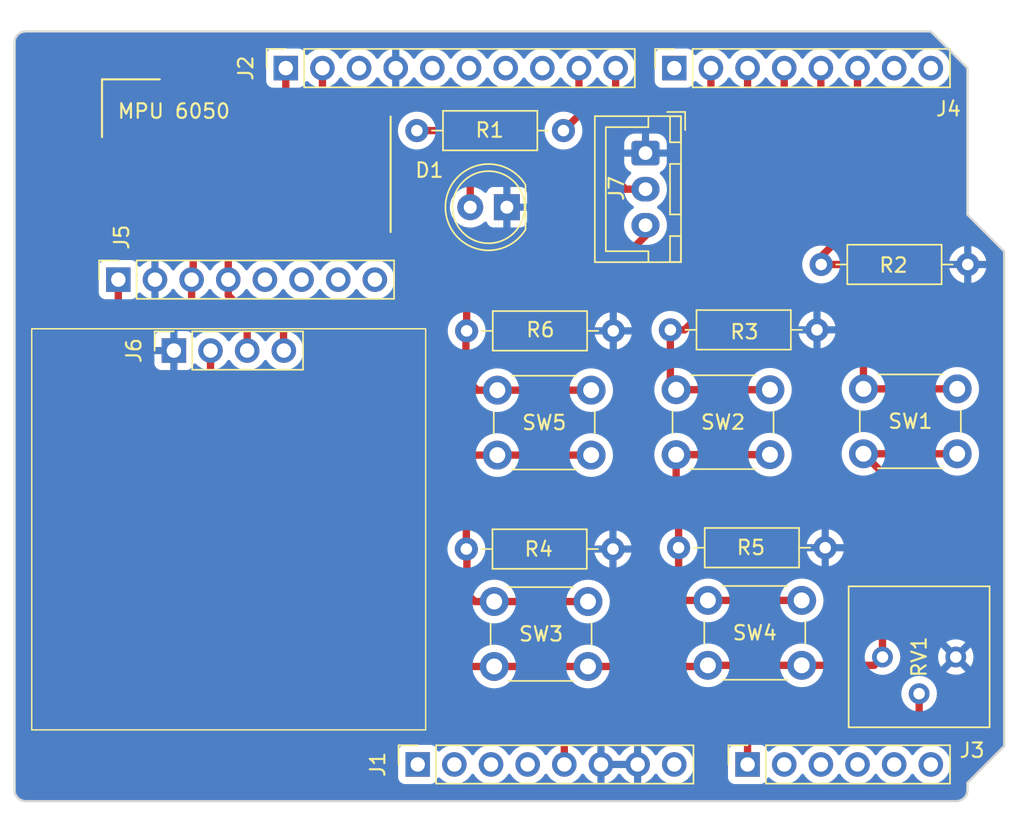
<source format=kicad_pcb>
(kicad_pcb (version 20240108) (generator "pcbnew") (generator_version "8.0")
  (title_block (date "mar. 31 mars 2015"))
  (layers (0 "F.Cu" signal) (31 "B.Cu" power) (34 "B.Paste" user) (35 "F.Paste" user) (36 "B.SilkS" user "B.Silkscreen") (37 "F.SilkS" user "F.Silkscreen") (38 "B.Mask" user) (39 "F.Mask" user) (44 "Edge.Cuts" user))
  (net 0 "")
  (net 1 "GND")
  (net 2 "+5V")
  (net 3 "/IOREF")
  (net 4 "/A1")
  (net 5 "/A2")
  (net 6 "/A3")
  (net 7 "/SDA{slash}A4")
  (net 8 "/SCL{slash}A5")
  (net 9 "/13")
  (net 10 "/12")
  (net 11 "/AREF")
  (net 12 "/temp_digital")
  (net 13 "/7")
  (net 14 "/*11")
  (net 15 "/*10")
  (net 16 "/TX{slash}1")
  (net 17 "/RX{slash}0")
  (net 18 "+3V3")
  (net 19 "VCC")
  (net 20 "/~{RESET}")
  (net 21 "/I2C_SCL")
  (net 22 "/I2C_SDA")
  (net 23 "/button_onoff")
  (net 24 "/button_lock")
  (net 25 "/button_light")
  (net 26 "/button_units")
  (net 27 "/button_cal")
  (net 28 "Net-(D1-A)")
  (net 29 "/led_light")
  (net 30 "/temp_sensor")
  (footprint "Connector_PinSocket_2.54mm:PinSocket_1x08_P2.54mm_Vertical" (layer "F.Cu") (at 127.94 97.46 90)
    (property "Reference" "J1" (at 0 -2.77 90) (layer "F.SilkS"))
    (property "Value" "Power")
    (fp_line (start 1.33 -1.33) (end 1.33 0) (stroke (width 0.12)) (layer "F.SilkS"))
    (fp_line (start 0 -1.33) (end 1.33 -1.33) (stroke (width 0.12)) (layer "F.SilkS"))
    (fp_line (start 1.33 1.27) (end 1.33 19.11) (stroke (width 0.12)) (layer "F.SilkS"))
    (fp_line (start -1.33 1.27) (end 1.33 1.27) (stroke (width 0.12)) (layer "F.SilkS"))
    (fp_line (start -1.33 1.27) (end -1.33 19.11) (stroke (width 0.12)) (layer "F.SilkS"))
    (fp_line (start -1.33 19.11) (end 1.33 19.11) (stroke (width 0.12)) (layer "F.SilkS"))
    (pad "1" thru_hole rect (at 0 0 90) (size 1.7 1.7) (drill 1) (layers "*.Cu" "*.Mask"))
    (pad "2" thru_hole oval (at 0 2.54 90) (size 1.7 1.7) (drill 1) (layers "*.Cu" "*.Mask") (net 3 "/IOREF"))
    (pad "3" thru_hole oval (at 0 5.08 90) (size 1.7 1.7) (drill 1) (layers "*.Cu" "*.Mask") (net 20 "/~{RESET}"))
    (pad "4" thru_hole oval (at 0 7.62 90) (size 1.7 1.7) (drill 1) (layers "*.Cu" "*.Mask") (net 18 "+3V3"))
    (pad "5" thru_hole oval (at 0 10.16 90) (size 1.7 1.7) (drill 1) (layers "*.Cu" "*.Mask") (net 2 "+5V"))
    (pad "6" thru_hole oval (at 0 12.7 90) (size 1.7 1.7) (drill 1) (layers "*.Cu" "*.Mask") (net 1 "GND"))
    (pad "7" thru_hole oval (at 0 15.24 90) (size 1.7 1.7) (drill 1) (layers "*.Cu" "*.Mask") (net 1 "GND"))
    (pad "8" thru_hole oval (at 0 17.78 90) (size 1.7 1.7) (drill 1) (layers "*.Cu" "*.Mask") (net 19 "VCC"))
  )
  (footprint "Connector_PinSocket_2.54mm:PinSocket_1x06_P2.54mm_Vertical" (layer "F.Cu") (at 150.8 97.46 90)
    (property "Reference" "J3" (at 0.98 15.56 180) (layer "F.SilkS"))
    (property "Value" "Analog")
    (fp_line (start 1.33 -1.33) (end 1.33 0) (stroke (width 0.12)) (layer "F.SilkS"))
    (fp_line (start 0 -1.33) (end 1.33 -1.33) (stroke (width 0.12)) (layer "F.SilkS"))
    (fp_line (start 1.33 1.27) (end 1.33 14.03) (stroke (width 0.12)) (layer "F.SilkS"))
    (fp_line (start -1.33 1.27) (end 1.33 1.27) (stroke (width 0.12)) (layer "F.SilkS"))
    (fp_line (start -1.33 1.27) (end -1.33 14.03) (stroke (width 0.12)) (layer "F.SilkS"))
    (fp_line (start -1.33 14.03) (end 1.33 14.03) (stroke (width 0.12)) (layer "F.SilkS"))
    (pad "1" thru_hole rect (at 0 0 90) (size 1.7 1.7) (drill 1) (layers "*.Cu" "*.Mask") (net 30 "/temp_sensor"))
    (pad "2" thru_hole oval (at 0 2.54 90) (size 1.7 1.7) (drill 1) (layers "*.Cu" "*.Mask") (net 4 "/A1"))
    (pad "3" thru_hole oval (at 0 5.08 90) (size 1.7 1.7) (drill 1) (layers "*.Cu" "*.Mask") (net 5 "/A2"))
    (pad "4" thru_hole oval (at 0 7.62 90) (size 1.7 1.7) (drill 1) (layers "*.Cu" "*.Mask") (net 6 "/A3"))
    (pad "5" thru_hole oval (at 0 10.16 90) (size 1.7 1.7) (drill 1) (layers "*.Cu" "*.Mask") (net 7 "/SDA{slash}A4"))
    (pad "6" thru_hole oval (at 0 12.7 90) (size 1.7 1.7) (drill 1) (layers "*.Cu" "*.Mask") (net 8 "/SCL{slash}A5"))
  )
  (footprint "Connector_PinSocket_2.54mm:PinSocket_1x10_P2.54mm_Vertical" (layer "F.Cu") (at 118.796 49.2 90)
    (property "Reference" "J2" (at 0 -2.77 90) (layer "F.SilkS"))
    (property "Value" "Digital/PWM")
    (fp_line (start 1.33 -1.33) (end 1.33 0) (stroke (width 0.12)) (layer "F.SilkS"))
    (fp_line (start 0 -1.33) (end 1.33 -1.33) (stroke (width 0.12)) (layer "F.SilkS"))
    (fp_line (start 1.33 1.27) (end 1.33 24.19) (stroke (width 0.12)) (layer "F.SilkS"))
    (fp_line (start -1.33 1.27) (end 1.33 1.27) (stroke (width 0.12)) (layer "F.SilkS"))
    (fp_line (start -1.33 1.27) (end -1.33 24.19) (stroke (width 0.12)) (layer "F.SilkS"))
    (fp_line (start -1.33 24.19) (end 1.33 24.19) (stroke (width 0.12)) (layer "F.SilkS"))
    (pad "1" thru_hole rect (at 0 0 90) (size 1.7 1.7) (drill 1) (layers "*.Cu" "*.Mask") (net 21 "/I2C_SCL"))
    (pad "2" thru_hole oval (at 0 2.54 90) (size 1.7 1.7) (drill 1) (layers "*.Cu" "*.Mask") (net 22 "/I2C_SDA"))
    (pad "3" thru_hole oval (at 0 5.08 90) (size 1.7 1.7) (drill 1) (layers "*.Cu" "*.Mask") (net 11 "/AREF"))
    (pad "4" thru_hole oval (at 0 7.62 90) (size 1.7 1.7) (drill 1) (layers "*.Cu" "*.Mask") (net 1 "GND"))
    (pad "5" thru_hole oval (at 0 10.16 90) (size 1.7 1.7) (drill 1) (layers "*.Cu" "*.Mask") (net 9 "/13"))
    (pad "6" thru_hole oval (at 0 12.7 90) (size 1.7 1.7) (drill 1) (layers "*.Cu" "*.Mask") (net 10 "/12"))
    (pad "7" thru_hole oval (at 0 15.24 90) (size 1.7 1.7) (drill 1) (layers "*.Cu" "*.Mask") (net 14 "/*11"))
    (pad "8" thru_hole oval (at 0 17.78 90) (size 1.7 1.7) (drill 1) (layers "*.Cu" "*.Mask") (net 15 "/*10"))
    (pad "9" thru_hole oval (at 0 20.32 90) (size 1.7 1.7) (drill 1) (layers "*.Cu" "*.Mask") (net 29 "/led_light"))
    (pad "10" thru_hole oval (at 0 22.86 90) (size 1.7 1.7) (drill 1) (layers "*.Cu" "*.Mask") (net 12 "/temp_digital"))
  )
  (footprint "Connector_PinSocket_2.54mm:PinSocket_1x08_P2.54mm_Vertical" (layer "F.Cu") (at 145.72 49.2 90)
    (property "Reference" "J4" (at -2.83 19 180) (layer "F.SilkS"))
    (property "Value" "Digital/PWM")
    (fp_line (start 1.33 -1.33) (end 1.33 0) (stroke (width 0.12)) (layer "F.SilkS"))
    (fp_line (start 0 -1.33) (end 1.33 -1.33) (stroke (width 0.12)) (layer "F.SilkS"))
    (fp_line (start 1.33 1.27) (end 1.33 19.11) (stroke (width 0.12)) (layer "F.SilkS"))
    (fp_line (start -1.33 1.27) (end 1.33 1.27) (stroke (width 0.12)) (layer "F.SilkS"))
    (fp_line (start -1.33 1.27) (end -1.33 19.11) (stroke (width 0.12)) (layer "F.SilkS"))
    (fp_line (start -1.33 19.11) (end 1.33 19.11) (stroke (width 0.12)) (layer "F.SilkS"))
    (pad "1" thru_hole rect (at 0 0 90) (size 1.7 1.7) (drill 1) (layers "*.Cu" "*.Mask") (net 13 "/7"))
    (pad "2" thru_hole oval (at 0 2.54 90) (size 1.7 1.7) (drill 1) (layers "*.Cu" "*.Mask") (net 25 "/button_light"))
    (pad "3" thru_hole oval (at 0 5.08 90) (size 1.7 1.7) (drill 1) (layers "*.Cu" "*.Mask") (net 27 "/button_cal"))
    (pad "4" thru_hole oval (at 0 7.62 90) (size 1.7 1.7) (drill 1) (layers "*.Cu" "*.Mask") (net 26 "/button_units"))
    (pad "5" thru_hole oval (at 0 10.16 90) (size 1.7 1.7) (drill 1) (layers "*.Cu" "*.Mask") (net 24 "/button_lock"))
    (pad "6" thru_hole oval (at 0 12.7 90) (size 1.7 1.7) (drill 1) (layers "*.Cu" "*.Mask") (net 23 "/button_onoff"))
    (pad "7" thru_hole oval (at 0 15.24 90) (size 1.7 1.7) (drill 1) (layers "*.Cu" "*.Mask") (net 16 "/TX{slash}1"))
    (pad "8" thru_hole oval (at 0 17.78 90) (size 1.7 1.7) (drill 1) (layers "*.Cu" "*.Mask") (net 17 "/RX{slash}0"))
  )
  (footprint "Button_Switch_THT:SW_PUSH_6mm" (layer "F.Cu") (at 148.05 86.09)
    (property "Reference" "SW4" (at 3.25 2.25 0) (layer "F.SilkS"))
    (property "Value" "SW_SPST")
    (fp_line (start -0.25 1.5) (end -0.25 3) (stroke (width 0.12)) (layer "F.SilkS"))
    (fp_line (start 1 5.5) (end 5.5 5.5) (stroke (width 0.12)) (layer "F.SilkS"))
    (fp_line (start 5.5 -1) (end 1 -1) (stroke (width 0.12)) (layer "F.SilkS"))
    (fp_line (start 6.75 3) (end 6.75 1.5) (stroke (width 0.12)) (layer "F.SilkS"))
    (pad "1" thru_hole circle (at 0 0 90) (size 2 2) (drill 1.1) (layers "*.Cu" "*.Mask") (net 24 "/button_lock"))
    (pad "1" thru_hole circle (at 6.5 0 90) (size 2 2) (drill 1.1) (layers "*.Cu" "*.Mask") (net 24 "/button_lock"))
    (pad "2" thru_hole circle (at 0 4.5 90) (size 2 2) (drill 1.1) (layers "*.Cu" "*.Mask") (net 2 "+5V"))
    (pad "2" thru_hole circle (at 6.5 4.5 90) (size 2 2) (drill 1.1) (layers "*.Cu" "*.Mask") (net 2 "+5V"))
  )
  (footprint "LED_THT:LED_D5.0mm" (layer "F.Cu") (at 134.12 58.84 180)
    (property "Reference" "D1" (at 5.37 2.56 180) (layer "F.SilkS"))
    (property "Value" "LED")
    (fp_line (start -1.29 -1.545) (end -1.29 1.545) (stroke (width 0.12)) (layer "F.SilkS"))
    (fp_arc (start 4.26 -0.000462) (mid 2.072002 2.880433) (end -1.29 1.54483) (stroke (width 0.12)) (layer "F.SilkS"))
    (fp_arc (start -1.29 -1.54483) (mid 2.072002 -2.880433) (end 4.26 0.000462) (stroke (width 0.12)) (layer "F.SilkS"))
    (fp_circle (center 1.27 0) (end 3.77 0) (stroke (width 0.12)) (fill none) (layer "F.SilkS"))
    (pad "1" thru_hole rect (at 0 0 180) (size 1.8 1.8) (drill 0.9) (layers "*.Cu" "*.Mask") (net 1 "GND"))
    (pad "2" thru_hole circle (at 2.54 0 180) (size 1.8 1.8) (drill 0.9) (layers "*.Cu" "*.Mask") (net 28 "Net-(D1-A)"))
  )
  (footprint "Button_Switch_THT:SW_PUSH_6mm" (layer "F.Cu") (at 133.46 71.52)
    (property "Reference" "SW5" (at 3.25 2.25 0) (layer "F.SilkS"))
    (property "Value" "SW_SPST")
    (fp_line (start -0.25 1.5) (end -0.25 3) (stroke (width 0.12)) (layer "F.SilkS"))
    (fp_line (start 1 5.5) (end 5.5 5.5) (stroke (width 0.12)) (layer "F.SilkS"))
    (fp_line (start 5.5 -1) (end 1 -1) (stroke (width 0.12)) (layer "F.SilkS"))
    (fp_line (start 6.75 3) (end 6.75 1.5) (stroke (width 0.12)) (layer "F.SilkS"))
    (pad "1" thru_hole circle (at 0 0 90) (size 2 2) (drill 1.1) (layers "*.Cu" "*.Mask") (net 25 "/button_light"))
    (pad "1" thru_hole circle (at 6.5 0 90) (size 2 2) (drill 1.1) (layers "*.Cu" "*.Mask") (net 25 "/button_light"))
    (pad "2" thru_hole circle (at 0 4.5 90) (size 2 2) (drill 1.1) (layers "*.Cu" "*.Mask") (net 2 "+5V"))
    (pad "2" thru_hole circle (at 6.5 4.5 90) (size 2 2) (drill 1.1) (layers "*.Cu" "*.Mask") (net 2 "+5V"))
  )
  (footprint "Button_Switch_THT:SW_PUSH_6mm" (layer "F.Cu") (at 145.85 71.49)
    (property "Reference" "SW2" (at 3.25 2.25 0) (layer "F.SilkS"))
    (property "Value" "SW_SPST")
    (fp_line (start -0.25 1.5) (end -0.25 3) (stroke (width 0.12)) (layer "F.SilkS"))
    (fp_line (start 1 5.5) (end 5.5 5.5) (stroke (width 0.12)) (layer "F.SilkS"))
    (fp_line (start 5.5 -1) (end 1 -1) (stroke (width 0.12)) (layer "F.SilkS"))
    (fp_line (start 6.75 3) (end 6.75 1.5) (stroke (width 0.12)) (layer "F.SilkS"))
    (pad "1" thru_hole circle (at 0 0 90) (size 2 2) (drill 1.1) (layers "*.Cu" "*.Mask") (net 26 "/button_units"))
    (pad "1" thru_hole circle (at 6.5 0 90) (size 2 2) (drill 1.1) (layers "*.Cu" "*.Mask") (net 26 "/button_units"))
    (pad "2" thru_hole circle (at 0 4.5 90) (size 2 2) (drill 1.1) (layers "*.Cu" "*.Mask") (net 2 "+5V"))
    (pad "2" thru_hole circle (at 6.5 4.5 90) (size 2 2) (drill 1.1) (layers "*.Cu" "*.Mask") (net 2 "+5V"))
  )
  (footprint "Resistor_THT:R_Axial_DIN0207_L6.3mm_D2.5mm_P10.16mm_Horizontal" (layer "F.Cu") (at 131.31 82.53)
    (property "Reference" "R4" (at 5.01 0.01 360) (layer "F.SilkS"))
    (property "Value" "100k")
    (fp_line (start 1.04 0) (end 1.81 0) (stroke (width 0.12)) (layer "F.SilkS"))
    (fp_line (start 1.81 -1.37) (end 1.81 1.37) (stroke (width 0.12)) (layer "F.SilkS"))
    (fp_line (start 1.81 1.37) (end 8.35 1.37) (stroke (width 0.12)) (layer "F.SilkS"))
    (fp_line (start 8.35 -1.37) (end 1.81 -1.37) (stroke (width 0.12)) (layer "F.SilkS"))
    (fp_line (start 8.35 1.37) (end 8.35 -1.37) (stroke (width 0.12)) (layer "F.SilkS"))
    (fp_line (start 9.12 0) (end 8.35 0) (stroke (width 0.12)) (layer "F.SilkS"))
    (pad "1" thru_hole circle (at 0 0) (size 1.6 1.6) (drill 0.8) (layers "*.Cu" "*.Mask") (net 27 "/button_cal"))
    (pad "2" thru_hole oval (at 10.16 0) (size 1.6 1.6) (drill 0.8) (layers "*.Cu" "*.Mask") (net 1 "GND"))
  )
  (footprint "Resistor_THT:R_Axial_DIN0207_L6.3mm_D2.5mm_P10.16mm_Horizontal" (layer "F.Cu") (at 138.04 53.53 180)
    (property "Reference" "R1" (at 5.12 0.03 360) (layer "F.SilkS"))
    (property "Value" "1k")
    (fp_line (start 9.12 0) (end 8.35 0) (stroke (width 0.12)) (layer "F.SilkS"))
    (fp_line (start 8.35 1.37) (end 8.35 -1.37) (stroke (width 0.12)) (layer "F.SilkS"))
    (fp_line (start 8.35 -1.37) (end 1.81 -1.37) (stroke (width 0.12)) (layer "F.SilkS"))
    (fp_line (start 1.81 1.37) (end 8.35 1.37) (stroke (width 0.12)) (layer "F.SilkS"))
    (fp_line (start 1.81 -1.37) (end 1.81 1.37) (stroke (width 0.12)) (layer "F.SilkS"))
    (fp_line (start 1.04 0) (end 1.81 0) (stroke (width 0.12)) (layer "F.SilkS"))
    (pad "1" thru_hole circle (at 0 0 180) (size 1.6 1.6) (drill 0.8) (layers "*.Cu" "*.Mask") (net 29 "/led_light"))
    (pad "2" thru_hole oval (at 10.16 0 180) (size 1.6 1.6) (drill 0.8) (layers "*.Cu" "*.Mask") (net 28 "Net-(D1-A)"))
  )
  (footprint "Button_Switch_THT:SW_PUSH_6mm" (layer "F.Cu") (at 133.24 86.17)
    (property "Reference" "SW3" (at 3.25 2.25 0) (layer "F.SilkS"))
    (property "Value" "SW_SPST")
    (fp_line (start -0.25 1.5) (end -0.25 3) (stroke (width 0.12)) (layer "F.SilkS"))
    (fp_line (start 1 5.5) (end 5.5 5.5) (stroke (width 0.12)) (layer "F.SilkS"))
    (fp_line (start 5.5 -1) (end 1 -1) (stroke (width 0.12)) (layer "F.SilkS"))
    (fp_line (start 6.75 3) (end 6.75 1.5) (stroke (width 0.12)) (layer "F.SilkS"))
    (pad "1" thru_hole circle (at 0 0 90) (size 2 2) (drill 1.1) (layers "*.Cu" "*.Mask") (net 27 "/button_cal"))
    (pad "1" thru_hole circle (at 6.5 0 90) (size 2 2) (drill 1.1) (layers "*.Cu" "*.Mask") (net 27 "/button_cal"))
    (pad "2" thru_hole circle (at 0 4.5 90) (size 2 2) (drill 1.1) (layers "*.Cu" "*.Mask") (net 2 "+5V"))
    (pad "2" thru_hole circle (at 6.5 4.5 90) (size 2 2) (drill 1.1) (layers "*.Cu" "*.Mask") (net 2 "+5V"))
  )
  (footprint "Connector_PinSocket_2.54mm:PinSocket_1x04_P2.54mm_Vertical" (layer "F.Cu") (at 111.04 68.775 90)
    (property "Reference" "J6" (at 0 -2.77 90) (layer "F.SilkS"))
    (property "Value" "CONN_DISPLAY")
    (fp_line (start 1.33 -1.33) (end 1.33 0) (stroke (width 0.12)) (layer "F.SilkS"))
    (fp_line (start 0 -1.33) (end 1.33 -1.33) (stroke (width 0.12)) (layer "F.SilkS"))
    (fp_line (start 1.33 1.27) (end 1.33 8.95) (stroke (width 0.12)) (layer "F.SilkS"))
    (fp_line (start -1.33 1.27) (end 1.33 1.27) (stroke (width 0.12)) (layer "F.SilkS"))
    (fp_line (start -1.33 1.27) (end -1.33 8.95) (stroke (width 0.12)) (layer "F.SilkS"))
    (fp_line (start -1.33 8.95) (end 1.33 8.95) (stroke (width 0.12)) (layer "F.SilkS"))
    (pad "1" thru_hole rect (at 0 0 90) (size 1.7 1.7) (drill 1) (layers "*.Cu" "*.Mask") (net 1 "GND"))
    (pad "2" thru_hole oval (at 0 2.54 90) (size 1.7 1.7) (drill 1) (layers "*.Cu" "*.Mask") (net 2 "+5V"))
    (pad "3" thru_hole oval (at 0 5.08 90) (size 1.7 1.7) (drill 1) (layers "*.Cu" "*.Mask") (net 21 "/I2C_SCL"))
    (pad "4" thru_hole oval (at 0 7.62 90) (size 1.7 1.7) (drill 1) (layers "*.Cu" "*.Mask") (net 22 "/I2C_SDA"))
  )
  (footprint "Button_Switch_THT:SW_PUSH_6mm" (layer "F.Cu") (at 158.83 71.43)
    (property "Reference" "SW1" (at 3.25 2.25 0) (layer "F.SilkS"))
    (property "Value" "SW_SPST")
    (fp_line (start -0.25 1.5) (end -0.25 3) (stroke (width 0.12)) (layer "F.SilkS"))
    (fp_line (start 1 5.5) (end 5.5 5.5) (stroke (width 0.12)) (layer "F.SilkS"))
    (fp_line (start 5.5 -1) (end 1 -1) (stroke (width 0.12)) (layer "F.SilkS"))
    (fp_line (start 6.75 3) (end 6.75 1.5) (stroke (width 0.12)) (layer "F.SilkS"))
    (pad "1" thru_hole circle (at 0 0 90) (size 2 2) (drill 1.1) (layers "*.Cu" "*.Mask") (net 23 "/button_onoff"))
    (pad "1" thru_hole circle (at 6.5 0 90) (size 2 2) (drill 1.1) (layers "*.Cu" "*.Mask") (net 23 "/button_onoff"))
    (pad "2" thru_hole circle (at 0 4.5 90) (size 2 2) (drill 1.1) (layers "*.Cu" "*.Mask") (net 2 "+5V"))
    (pad "2" thru_hole circle (at 6.5 4.5 90) (size 2 2) (drill 1.1) (layers "*.Cu" "*.Mask") (net 2 "+5V"))
  )
  (footprint "Resistor_THT:R_Axial_DIN0207_L6.3mm_D2.5mm_P10.16mm_Horizontal" (layer "F.Cu") (at 146.02 82.44)
    (property "Reference" "R5" (at 5.01 -0.01 360) (layer "F.SilkS"))
    (property "Value" "100k")
    (fp_line (start 1.04 0) (end 1.81 0) (stroke (width 0.12)) (layer "F.SilkS"))
    (fp_line (start 1.81 -1.37) (end 1.81 1.37) (stroke (width 0.12)) (layer "F.SilkS"))
    (fp_line (start 1.81 1.37) (end 8.35 1.37) (stroke (width 0.12)) (layer "F.SilkS"))
    (fp_line (start 8.35 -1.37) (end 1.81 -1.37) (stroke (width 0.12)) (layer "F.SilkS"))
    (fp_line (start 8.35 1.37) (end 8.35 -1.37) (stroke (width 0.12)) (layer "F.SilkS"))
    (fp_line (start 9.12 0) (end 8.35 0) (stroke (width 0.12)) (layer "F.SilkS"))
    (pad "1" thru_hole circle (at 0 0) (size 1.6 1.6) (drill 0.8) (layers "*.Cu" "*.Mask") (net 24 "/button_lock"))
    (pad "2" thru_hole oval (at 10.16 0) (size 1.6 1.6) (drill 0.8) (layers "*.Cu" "*.Mask") (net 1 "GND"))
  )
  (footprint "Connector_JST:JST_XH_B3B-XH-A_1x03_P2.50mm_Vertical" (layer "F.Cu") (at 143.725 55.09 -90)
    (property "Reference" "J7" (at 2.44 2.01 90) (layer "F.SilkS"))
    (property "Value" "CONN_TEMP")
    (fp_line (start -2.56 3.51) (end 7.56 3.51) (stroke (width 0.12)) (layer "F.SilkS"))
    (fp_line (start 7.56 3.51) (end 7.56 -2.46) (stroke (width 0.12)) (layer "F.SilkS"))
    (fp_line (start -1.8 2.75) (end 2.5 2.75) (stroke (width 0.12)) (layer "F.SilkS"))
    (fp_line (start 6.8 2.75) (end 2.5 2.75) (stroke (width 0.12)) (layer "F.SilkS"))
    (fp_line (start -2.55 -0.2) (end -1.8 -0.2) (stroke (width 0.12)) (layer "F.SilkS"))
    (fp_line (start -1.8 -0.2) (end -1.8 2.75) (stroke (width 0.12)) (layer "F.SilkS"))
    (fp_line (start 6.8 -0.2) (end 6.8 2.75) (stroke (width 0.12)) (layer "F.SilkS"))
    (fp_line (start 7.55 -0.2) (end 6.8 -0.2) (stroke (width 0.12)) (layer "F.SilkS"))
    (fp_line (start -2.55 -1.7) (end -0.75 -1.7) (stroke (width 0.12)) (layer "F.SilkS"))
    (fp_line (start -0.75 -1.7) (end -0.75 -2.45) (stroke (width 0.12)) (layer "F.SilkS"))
    (fp_line (start 0.75 -1.7) (end 4.25 -1.7) (stroke (width 0.12)) (layer "F.SilkS"))
    (fp_line (start 4.25 -1.7) (end 4.25 -2.45) (stroke (width 0.12)) (layer "F.SilkS"))
    (fp_line (start 5.75 -1.7) (end 7.55 -1.7) (stroke (width 0.12)) (layer "F.SilkS"))
    (fp_line (start 7.55 -1.7) (end 7.55 -2.45) (stroke (width 0.12)) (layer "F.SilkS"))
    (fp_line (start -2.55 -2.45) (end -2.55 -1.7) (stroke (width 0.12)) (layer "F.SilkS"))
    (fp_line (start -0.75 -2.45) (end -2.55 -2.45) (stroke (width 0.12)) (layer "F.SilkS"))
    (fp_line (start 0.75 -2.45) (end 0.75 -1.7) (stroke (width 0.12)) (layer "F.SilkS"))
    (fp_line (start 4.25 -2.45) (end 0.75 -2.45) (stroke (width 0.12)) (layer "F.SilkS"))
    (fp_line (start 5.75 -2.45) (end 5.75 -1.7) (stroke (width 0.12)) (layer "F.SilkS"))
    (fp_line (start 7.55 -2.45) (end 5.75 -2.45) (stroke (width 0.12)) (layer "F.SilkS"))
    (fp_line (start -2.56 -2.46) (end -2.56 3.51) (stroke (width 0.12)) (layer "F.SilkS"))
    (fp_line (start 7.56 -2.46) (end -2.56 -2.46) (stroke (width 0.12)) (layer "F.SilkS"))
    (fp_line (start -2.85 -2.75) (end -2.85 -1.5) (stroke (width 0.12)) (layer "F.SilkS"))
    (fp_line (start -1.6 -2.75) (end -2.85 -2.75) (stroke (width 0.12)) (layer "F.SilkS"))
    (pad "1" thru_hole roundrect (at 0 0 270) (size 1.7 1.95) (drill 0.95) (layers "*.Cu" "*.Mask") (roundrect_rratio 0.147059) (net 1 "GND"))
    (pad "2" thru_hole oval (at 2.5 0 270) (size 1.7 1.95) (drill 0.95) (layers "*.Cu" "*.Mask") (net 12 "/temp_digital"))
    (pad "3" thru_hole oval (at 5 0 270) (size 1.7 1.95) (drill 0.95) (layers "*.Cu" "*.Mask") (net 2 "+5V"))
  )
  (footprint "Resistor_THT:R_Axial_DIN0207_L6.3mm_D2.5mm_P10.16mm_Horizontal" (layer "F.Cu") (at 155.9 62.81)
    (property "Reference" "R2" (at 5.01 0.05 360) (layer "F.SilkS"))
    (property "Value" "100k")
    (fp_line (start 1.04 0) (end 1.81 0) (stroke (width 0.12)) (layer "F.SilkS"))
    (fp_line (start 1.81 -1.37) (end 1.81 1.37) (stroke (width 0.12)) (layer "F.SilkS"))
    (fp_line (start 1.81 1.37) (end 8.35 1.37) (stroke (width 0.12)) (layer "F.SilkS"))
    (fp_line (start 8.35 -1.37) (end 1.81 -1.37) (stroke (width 0.12)) (layer "F.SilkS"))
    (fp_line (start 8.35 1.37) (end 8.35 -1.37) (stroke (width 0.12)) (layer "F.SilkS"))
    (fp_line (start 9.12 0) (end 8.35 0) (stroke (width 0.12)) (layer "F.SilkS"))
    (pad "1" thru_hole circle (at 0 0) (size 1.6 1.6) (drill 0.8) (layers "*.Cu" "*.Mask") (net 23 "/button_onoff"))
    (pad "2" thru_hole oval (at 10.16 0) (size 1.6 1.6) (drill 0.8) (layers "*.Cu" "*.Mask") (net 1 "GND"))
  )
  (footprint "Potentiometer_THT:Potentiometer_Bourns_3386P_Vertical" (layer "F.Cu") (at 160.15 90.015 -90)
    (property "Reference" "RV1" (at -0.015 -2.54 90) (layer "F.SilkS"))
    (property "Value" "10k")
    (fp_line (start -4.9 2.345) (end 4.87 2.345) (stroke (width 0.12)) (layer "F.SilkS"))
    (fp_line (start -4.9 -7.425) (end -4.9 2.345) (stroke (width 0.12)) (layer "F.SilkS"))
    (fp_line (start -4.9 -7.425) (end 4.87 -7.425) (stroke (width 0.12)) (layer "F.SilkS"))
    (fp_line (start 4.87 -7.425) (end 4.87 2.345) (stroke (width 0.12)) (layer "F.SilkS"))
    (pad "1" thru_hole circle (at 0 0 270) (size 1.44 1.44) (drill 0.8) (layers "*.Cu" "*.Mask") (net 2 "+5V"))
    (pad "2" thru_hole circle (at 2.54 -2.54 270) (size 1.44 1.44) (drill 0.8) (layers "*.Cu" "*.Mask") (net 30 "/temp_sensor"))
    (pad "3" thru_hole circle (at 0 -5.08 270) (size 1.44 1.44) (drill 0.8) (layers "*.Cu" "*.Mask") (net 1 "GND"))
  )
  (footprint "Connector_PinSocket_2.54mm:PinSocket_1x08_P2.54mm_Vertical" (layer "F.Cu") (at 107.19 63.86 90)
    (property "Reference" "J5" (at 2.94 0.23 90) (layer "F.SilkS"))
    (property "Value" "CONN_GYRO")
    (fp_line (start 1.33 -1.33) (end 1.33 0) (stroke (width 0.12)) (layer "F.SilkS"))
    (fp_line (start 0 -1.33) (end 1.33 -1.33) (stroke (width 0.12)) (layer "F.SilkS"))
    (fp_line (start 1.33 1.27) (end 1.33 19.11) (stroke (width 0.12)) (layer "F.SilkS"))
    (fp_line (start -1.33 1.27) (end 1.33 1.27) (stroke (width 0.12)) (layer "F.SilkS"))
    (fp_line (start -1.33 1.27) (end -1.33 19.11) (stroke (width 0.12)) (layer "F.SilkS"))
    (fp_line (start -1.33 19.11) (end 1.33 19.11) (stroke (width 0.12)) (layer "F.SilkS"))
    (pad "1" thru_hole rect (at 0 0 90) (size 1.7 1.7) (drill 1) (layers "*.Cu" "*.Mask") (net 2 "+5V"))
    (pad "2" thru_hole oval (at 0 2.54 90) (size 1.7 1.7) (drill 1) (layers "*.Cu" "*.Mask") (net 1 "GND"))
    (pad "3" thru_hole oval (at 0 5.08 90) (size 1.7 1.7) (drill 1) (layers "*.Cu" "*.Mask") (net 21 "/I2C_SCL"))
    (pad "4" thru_hole oval (at 0 7.62 90) (size 1.7 1.7) (drill 1) (layers "*.Cu" "*.Mask") (net 22 "/I2C_SDA"))
    (pad "5" thru_hole oval (at 0 10.16 90) (size 1.7 1.7) (drill 1) (layers "*.Cu" "*.Mask"))
    (pad "6" thru_hole oval (at 0 12.7 90) (size 1.7 1.7) (drill 1) (layers "*.Cu" "*.Mask"))
    (pad "7" thru_hole oval (at 0 15.24 90) (size 1.7 1.7) (drill 1) (layers "*.Cu" "*.Mask"))
    (pad "8" thru_hole oval (at 0 17.78 90) (size 1.7 1.7) (drill 1) (layers "*.Cu" "*.Mask"))
  )
  (footprint "Resistor_THT:R_Axial_DIN0207_L6.3mm_D2.5mm_P10.16mm_Horizontal" (layer "F.Cu") (at 131.33 67.41)
    (property "Reference" "R6" (at 5.11 -0.07 360) (layer "F.SilkS"))
    (property "Value" "100k")
    (fp_line (start 1.04 0) (end 1.81 0) (stroke (width 0.12)) (layer "F.SilkS"))
    (fp_line (start 1.81 -1.37) (end 1.81 1.37) (stroke (width 0.12)) (layer "F.SilkS"))
    (fp_line (start 1.81 1.37) (end 8.35 1.37) (stroke (width 0.12)) (layer "F.SilkS"))
    (fp_line (start 8.35 -1.37) (end 1.81 -1.37) (stroke (width 0.12)) (layer "F.SilkS"))
    (fp_line (start 8.35 1.37) (end 8.35 -1.37) (stroke (width 0.12)) (layer "F.SilkS"))
    (fp_line (start 9.12 0) (end 8.35 0) (stroke (width 0.12)) (layer "F.SilkS"))
    (pad "1" thru_hole circle (at 0 0) (size 1.6 1.6) (drill 0.8) (layers "*.Cu" "*.Mask") (net 25 "/button_light"))
    (pad "2" thru_hole oval (at 10.16 0) (size 1.6 1.6) (drill 0.8) (layers "*.Cu" "*.Mask") (net 1 "GND"))
  )
  (footprint "Resistor_THT:R_Axial_DIN0207_L6.3mm_D2.5mm_P10.16mm_Horizontal" (layer "F.Cu") (at 145.45 67.34)
    (property "Reference" "R3" (at 5.13 0.14 360) (layer "F.SilkS"))
    (property "Value" "100k")
    (fp_line (start 1.04 0) (end 1.81 0) (stroke (width 0.12)) (layer "F.SilkS"))
    (fp_line (start 1.81 -1.37) (end 1.81 1.37) (stroke (width 0.12)) (layer "F.SilkS"))
    (fp_line (start 1.81 1.37) (end 8.35 1.37) (stroke (width 0.12)) (layer "F.SilkS"))
    (fp_line (start 8.35 -1.37) (end 1.81 -1.37) (stroke (width 0.12)) (layer "F.SilkS"))
    (fp_line (start 8.35 1.37) (end 8.35 -1.37) (stroke (width 0.12)) (layer "F.SilkS"))
    (fp_line (start 9.12 0) (end 8.35 0) (stroke (width 0.12)) (layer "F.SilkS"))
    (pad "1" thru_hole circle (at 0 0) (size 1.6 1.6) (drill 0.8) (layers "*.Cu" "*.Mask") (net 26 "/button_units"))
    (pad "2" thru_hole oval (at 10.16 0) (size 1.6 1.6) (drill 0.8) (layers "*.Cu" "*.Mask") (net 1 "GND"))
  )
  (gr_line (start 126.06 60.56) (end 126.06 52.56) (stroke (width 0.15)) (layer "F.SilkS"))
  (gr_line (start 106.06 49.98) (end 106.06 53.98) (stroke (width 0.15)) (layer "F.SilkS"))
  (gr_line (start 106.06 49.98) (end 110.06 49.98) (stroke (width 0.15)) (layer "F.SilkS"))
  (gr_rect (start 101.19 95.065) (end 128.49 67.265) (stroke (width 0.1)) (fill none) (layer "F.SilkS"))
  (gr_line (start 166.04 59.36) (end 168.58 61.9) (stroke (width 0.15)) (layer "Edge.Cuts"))
  (gr_line (start 100 99.238) (end 100 47.422) (stroke (width 0.15)) (layer "Edge.Cuts"))
  (gr_line (start 168.58 61.9) (end 168.58 96.19) (stroke (width 0.15)) (layer "Edge.Cuts"))
  (gr_line (start 165.278 100) (end 100.762 100) (stroke (width 0.15)) (layer "Edge.Cuts"))
  (gr_line (start 100.762 46.66) (end 163.5 46.66) (stroke (width 0.15)) (layer "Edge.Cuts"))
  (gr_arc (start 100.762 100) (mid 100.223185 99.776815) (end 100 99.238) (stroke (width 0.15)) (layer "Edge.Cuts"))
  (gr_line (start 168.58 96.19) (end 166.04 98.73) (stroke (width 0.15)) (layer "Edge.Cuts"))
  (gr_line (start 163.5 46.66) (end 166.04 49.2) (stroke (width 0.15)) (layer "Edge.Cuts"))
  (gr_arc (start 166.04 99.238) (mid 165.816815 99.776815) (end 165.278 100) (stroke (width 0.15)) (layer "Edge.Cuts"))
  (gr_line (start 166.04 49.2) (end 166.04 59.36) (stroke (width 0.15)) (layer "Edge.Cuts"))
  (gr_line (start 166.04 98.73) (end 166.04 99.238) (stroke (width 0.15)) (layer "Edge.Cuts"))
  (gr_arc (start 100 47.422) (mid 100.223185 46.883185) (end 100.762 46.66) (stroke (width 0.15)) (layer "Edge.Cuts"))
  (gr_text "MPU 6050" (at 107.06 52.77 0) (layer "F.SilkS") (effects (font (size 1 1)) (justify left bottom)))
  (segment (start 154.55 90.59) (end 159.575 90.59) (width 0.508) (layer "F.Cu") (net 2))
  (segment (start 129.56 76.02) (end 128.14 74.6) (width 0.508) (layer "F.Cu") (net 2))
  (segment (start 138.1 97.46) (end 138.1 94.6) (width 0.508) (layer "F.Cu") (net 2))
  (segment (start 128.14 93.27) (end 129.02 94.15) (width 0.508) (layer "F.Cu") (net 2))
  (segment (start 128.14 74.6) (end 128.14 74.55) (width 0.508) (layer "F.Cu") (net 2))
  (segment (start 143.725 60.09) (end 143.725 60.825) (width 0.508) (layer "F.Cu") (net 2))
  (segment (start 128.14 64.63) (end 128.14 74.55) (width 0.508) (layer "F.Cu") (net 2))
  (segment (start 152.35 75.99) (end 145.85 75.99) (width 0.508) (layer "F.Cu") (net 2))
  (segment (start 142.52 62.03) (end 130.74 62.03) (width 0.508) (layer "F.Cu") (net 2))
  (segment (start 139.96 76.02) (end 133.46 76.02) (width 0.508) (layer "F.Cu") (net 2))
  (segment (start 159.575 90.59) (end 160.15 90.015) (width 0.508) (layer "F.Cu") (net 2))
  (segment (start 138.1 94.6) (end 137.65 94.15) (width 0.508) (layer "F.Cu") (net 2))
  (segment (start 160.15 77.25) (end 158.83 75.93) (width 0.508) (layer "F.Cu") (net 2))
  (segment (start 144.98 90.67) (end 147.97 90.67) (width 0.508) (layer "F.Cu") (net 2))
  (segment (start 143.79 89.48) (end 144.98 90.67) (width 0.508) (layer "F.Cu") (net 2))
  (segment (start 113.58 81.11) (end 113.58 79.5) (width 0.508) (layer "F.Cu") (net 2))
  (segment (start 165.33 75.93) (end 158.83 75.93) (width 0.508) (layer "F.Cu") (net 2))
  (segment (start 130.74 62.03) (end 128.14 64.63) (width 0.508) (layer "F.Cu") (net 2))
  (segment (start 129.56 76.02) (end 133.46 76.02) (width 0.508) (layer "F.Cu") (net 2))
  (segment (start 143.79 80.1) (end 143.79 89.48) (width 0.508) (layer "F.Cu") (net 2))
  (segment (start 160.15 90.015) (end 160.15 77.25) (width 0.508) (layer "F.Cu") (net 2))
  (segment (start 148.05 90.59) (end 154.55 90.59) (width 0.508) (layer "F.Cu") (net 2))
  (segment (start 128.14 88.89) (end 128.14 93.27) (width 0.508) (layer "F.Cu") (net 2))
  (segment (start 139.74 90.67) (end 144.98 90.67) (width 0.508) (layer "F.Cu") (net 2))
  (segment (start 113.58 78.88) (end 113.58 79.5) (width 0.508) (layer "F.Cu") (net 2))
  (segment (start 128.14 74.55) (end 128.14 88.89) (width 0.508) (layer "F.Cu") (net 2))
  (segment (start 113.58 79.5) (end 113.58 68.775) (width 0.508) (layer "F.Cu") (net 2))
  (segment (start 145.85 75.99) (end 145.85 78.04) (width 0.508) (layer "F.Cu") (net 2))
  (segment (start 107.19 63.86) (end 107.19 72.49) (width 0.508) (layer "F.Cu") (net 2))
  (segment (start 133.24 90.67) (end 129.92 90.67) (width 0.508) (layer "F.Cu") (net 2))
  (segment (start 129.02 94.15) (end 137.65 94.15) (width 0.508) (layer "F.Cu") (net 2))
  (segment (start 107.19 72.49) (end 113.58 78.88) (width 0.508) (layer "F.Cu") (net 2))
  (segment (start 129.92 90.67) (end 128.14 88.89) (width 0.508) (layer "F.Cu") (net 2))
  (segment (start 126.62 94.15) (end 113.58 81.11) (width 0.508) (layer "F.Cu") (net 2))
  (segment (start 143.725 60.825) (end 142.52 62.03) (width 0.508) (layer "F.Cu") (net 2))
  (segment (start 133.24 90.67) (end 139.74 90.67) (width 0.508) (layer "F.Cu") (net 2))
  (segment (start 145.85 78.04) (end 143.79 80.1) (width 0.508) (layer "F.Cu") (net 2))
  (segment (start 129.02 94.15) (end 126.62 94.15) (width 0.508) (layer "F.Cu") (net 2))
  (segment (start 142.34 57.59) (end 143.725 57.59) (width 0.508) (layer "F.Cu") (net 12))
  (segment (start 141.656 56.906) (end 142.34 57.59) (width 0.508) (layer "F.Cu") (net 12))
  (segment (start 141.656 49.2) (end 141.656 56.906) (width 0.508) (layer "F.Cu") (net 12))
  (segment (start 112.27 63.86) (end 112.27 65.8) (width 0.508) (layer "F.Cu") (net 21))
  (segment (start 113.31 59.86) (end 112.38 60.79) (width 0.508) (layer "F.Cu") (net 21))
  (segment (start 112.38 60.79) (end 112.38 63.75) (width 0.508) (layer "F.Cu") (net 21))
  (segment (start 115.37 66.66) (end 116.12 67.41) (width 0.508) (layer "F.Cu") (net 21))
  (segment (start 112.27 65.8) (end 113.13 66.66) (width 0.508) (layer "F.Cu") (net 21))
  (segment (start 118.796 49.2) (end 118.796 58.754) (width 0.508) (layer "F.Cu") (net 21))
  (segment (start 118.796 58.754) (end 117.69 59.86) (width 0.508) (layer "F.Cu") (net 21))
  (segment (start 116.12 67.41) (end 116.12 68.775) (width 0.508) (layer "F.Cu") (net 21))
  (segment (start 117.69 59.86) (end 113.31 59.86) (width 0.508) (layer "F.Cu") (net 21))
  (segment (start 113.13 66.66) (end 115.37 66.66) (width 0.508) (layer "F.Cu") (net 21))
  (segment (start 118.64 66.31) (end 118.64 68.755) (width 0.508) (layer "F.Cu") (net 22))
  (segment (start 117.75 65.42) (end 118.64 66.31) (width 0.508) (layer "F.Cu") (net 22))
  (segment (start 114.81 63.86) (end 114.81 64.95) (width 0.508) (layer "F.Cu") (net 22))
  (segment (start 120.67 61.54) (end 115.67 61.54) (width 0.508) (layer "F.Cu") (net 22))
  (segment (start 114.81 64.95) (end 115.28 65.42) (width 0.508) (layer "F.Cu") (net 22))
  (segment (start 121.336 49.2) (end 121.336 60.874) (width 0.508) (layer "F.Cu") (net 22))
  (segment (start 115.28 65.42) (end 117.75 65.42) (width 0.508) (layer "F.Cu") (net 22))
  (segment (start 121.336 60.874) (end 120.67 61.54) (width 0.508) (layer "F.Cu") (net 22))
  (segment (start 115.67 61.54) (end 114.81 62.4) (width 0.508) (layer "F.Cu") (net 22))
  (segment (start 114.81 62.4) (end 114.81 63.86) (width 0.508) (layer "F.Cu") (net 22))
  (segment (start 155.9 62.81) (end 157.39 62.81) (width 0.508) (layer "F.Cu") (net 23))
  (segment (start 158.42 59.74) (end 158.42 49.2) (width 0.508) (layer "F.Cu") (net 23))
  (segment (start 165.33 71.43) (end 158.83 71.43) (width 0.508) (layer "F.Cu") (net 23))
  (segment (start 155.9 62.26) (end 158.42 59.74) (width 0.508) (layer "F.Cu") (net 23))
  (segment (start 158.83 64.25) (end 158.83 71.43) (width 0.508) (layer "F.Cu") (net 23))
  (segment (start 157.39 62.81) (end 158.83 64.25) (width 0.508) (layer "F.Cu") (net 23))
  (segment (start 155.9 62.81) (end 155.9 62.26) (width 0.508) (layer "F.Cu") (net 23))
  (segment (start 153.02 62.72) (end 155.88 59.86) (width 0.508) (layer "F.Cu") (net 24))
  (segment (start 146.46 86.09) (end 146.02 85.65) (width 0.508) (layer "F.Cu") (net 24))
  (segment (start 148.05 86.09) (end 146.46 86.09) (width 0.508) (layer "F.Cu") (net 24))
  (segment (start 155.88 59.86) (end 155.88 49.2) (width 0.508) (layer "F.Cu") (net 24))
  (segment (start 155.03 77.83) (end 155.03 69.89) (width 0.508) (layer "F.Cu") (net 24))
  (segment (start 154.55 86.09) (end 148.05 86.09) (width 0.508) (layer "F.Cu") (net 24))
  (segment (start 146.02 82.44) (end 146.02 80.58) (width 0.508) (layer "F.Cu") (net 24))
  (segment (start 146.02 85.65) (end 146.02 82.44) (width 0.508) (layer "F.Cu") (net 24))
  (segment (start 153.03 79.83) (end 155.03 77.83) (width 0.508) (layer "F.Cu") (net 24))
  (segment (start 153.02 67.88) (end 153.02 62.72) (width 0.508) (layer "F.Cu") (net 24))
  (segment (start 146.02 80.58) (end 146.77 79.83) (width 0.508) (layer "F.Cu") (net 24))
  (segment (start 155.03 69.89) (end 153.02 67.88) (width 0.508) (layer "F.Cu") (net 24))
  (segment (start 146.77 79.83) (end 153.03 79.83) (width 0.508) (layer "F.Cu") (net 24))
  (segment (start 132.07 71.52) (end 131.28 70.73) (width 0.508) (layer "F.Cu") (net 25))
  (segment (start 139.96 71.52) (end 133.46 71.52) (width 0.508) (layer "F.Cu") (net 25))
  (segment (start 131.33 67.41) (end 131.33 65.41) (width 0.508) (layer "F.Cu") (net 25))
  (segment (start 133.21 63.53) (end 145.93 63.53) (width 0.508) (layer "F.Cu") (net 25))
  (segment (start 145.93 63.53) (end 148.26 61.2) (width 0.508) (layer "F.Cu") (net 25))
  (segment (start 148.26 61.2) (end 148.26 49.2) (width 0.508) (layer "F.Cu") (net 25))
  (segment (start 133.46 71.52) (end 132.07 71.52) (width 0.508) (layer "F.Cu") (net 25))
  (segment (start 131.33 65.41) (end 133.21 63.53) (width 0.508) (layer "F.Cu") (net 25))
  (segment (start 131.28 70.73) (end 131.28 67.46) (width 0.508) (layer "F.Cu") (net 25))
  (segment (start 153.34 60.43) (end 153.34 49.2) (width 0.508) (layer "F.Cu") (net 26))
  (segment (start 146.43 67.34) (end 153.34 60.43) (width 0.508) (layer "F.Cu") (net 26))
  (segment (start 145.45 67.34) (end 145.45 71.09) (width 0.508) (layer "F.Cu") (net 26))
  (segment (start 152.35 71.49) (end 145.85 71.49) (width 0.508) (layer "F.Cu") (net 26))
  (segment (start 145.45 67.34) (end 146.43 67.34) (width 0.508) (layer "F.Cu") (net 26))
  (segment (start 139.74 86.17) (end 133.24 86.17) (width 0.508) (layer "F.Cu") (net 27))
  (segment (start 146.66 64.78) (end 150.8 60.64) (width 0.508) (layer "F.Cu") (net 27))
  (segment (start 133.24 86.17) (end 131.9 86.17) (width 0.508) (layer "F.Cu") (net 27))
  (segment (start 143.37 65.66) (end 144.25 64.78) (width 0.508) (layer "F.Cu") (net 27))
  (segment (start 143.37 77.94) (end 143.37 65.66) (width 0.508) (layer "F.Cu") (net 27))
  (segment (start 131.35 85.62) (end 131.35 82.57) (width 0.508) (layer "F.Cu") (net 27))
  (segment (start 131.31 82.53) (end 131.31 80.24) (width 0.508) (layer "F.Cu") (net 27))
  (segment (start 131.84 79.71) (end 141.6 79.71) (width 0.508) (layer "F.Cu") (net 27))
  (segment (start 144.25 64.78) (end 146.66 64.78) (width 0.508) (layer "F.Cu") (net 27))
  (segment (start 150.8 60.64) (end 150.8 49.2) (width 0.508) (layer "F.Cu") (net 27))
  (segment (start 131.31 80.24) (end 131.84 79.71) (width 0.508) (layer "F.Cu") (net 27))
  (segment (start 131.9 86.17) (end 131.35 85.62) (width 0.508) (layer "F.Cu") (net 27))
  (segment (start 141.6 79.71) (end 143.37 77.94) (width 0.508) (layer "F.Cu") (net 27))
  (segment (start 130.99 53.53) (end 127.88 53.53) (width 0.508) (layer "F.Cu") (net 28))
  (segment (start 131.58 54.12) (end 130.99 53.53) (width 0.508) (layer "F.Cu") (net 28))
  (segment (start 131.58 58.84) (end 131.58 54.12) (width 0.508) (layer "F.Cu") (net 28))
  (segment (start 139.116 49.2) (end 139.116 52.454) (width 0.508) (layer "F.Cu") (net 29))
  (segment (start 139.116 52.454) (end 138.04 53.53) (width 0.508) (layer "F.Cu") (net 29))
  (segment (start 162.69 94.57) (end 162.11 95.15) (width 0.508) (layer "F.Cu") (net 30))
  (segment (start 162.11 95.15) (end 151.3 95.15) (width 0.508) (layer "F.Cu") (net 30))
  (segment (start 150.8 95.65) (end 150.8 97.46) (width 0.508) (layer "F.Cu") (net 30))
  (segment (start 151.3 95.15) (end 150.8 95.65) (width 0.508) (layer "F.Cu") (net 30))
  (segment (start 162.69 92.555) (end 162.69 94.57) (width 0.508) (layer "F.Cu") (net 30))
  (zone (net 1) (net_name "GND") (layer "B.Cu") (connect_pads (clearance 0.508)) (min_thickness 0.25) (fill yes (thermal_gap 0.5) (thermal_bridge_width 0.5))
    (polygon (pts (xy 98.99 45.9) (xy 169.9 45.98) (xy 169.98 101.26) (xy 98.99 101.59)))
  )
)
</source>
